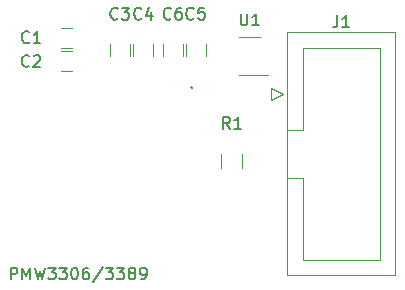
<source format=gbr>
G04 #@! TF.GenerationSoftware,KiCad,Pcbnew,(5.1.6-0-10_14)*
G04 #@! TF.CreationDate,2020-06-02T19:40:10-04:00*
G04 #@! TF.ProjectId,PMW3360_Adapter,504d5733-3336-4305-9f41-646170746572,rev?*
G04 #@! TF.SameCoordinates,Original*
G04 #@! TF.FileFunction,Legend,Top*
G04 #@! TF.FilePolarity,Positive*
%FSLAX46Y46*%
G04 Gerber Fmt 4.6, Leading zero omitted, Abs format (unit mm)*
G04 Created by KiCad (PCBNEW (5.1.6-0-10_14)) date 2020-06-02 19:40:10*
%MOMM*%
%LPD*%
G01*
G04 APERTURE LIST*
%ADD10C,0.150000*%
%ADD11C,0.120000*%
G04 APERTURE END LIST*
D10*
X81761904Y-56452380D02*
X81761904Y-55452380D01*
X82142857Y-55452380D01*
X82238095Y-55500000D01*
X82285714Y-55547619D01*
X82333333Y-55642857D01*
X82333333Y-55785714D01*
X82285714Y-55880952D01*
X82238095Y-55928571D01*
X82142857Y-55976190D01*
X81761904Y-55976190D01*
X82761904Y-56452380D02*
X82761904Y-55452380D01*
X83095238Y-56166666D01*
X83428571Y-55452380D01*
X83428571Y-56452380D01*
X83809523Y-55452380D02*
X84047619Y-56452380D01*
X84238095Y-55738095D01*
X84428571Y-56452380D01*
X84666666Y-55452380D01*
X84952380Y-55452380D02*
X85571428Y-55452380D01*
X85238095Y-55833333D01*
X85380952Y-55833333D01*
X85476190Y-55880952D01*
X85523809Y-55928571D01*
X85571428Y-56023809D01*
X85571428Y-56261904D01*
X85523809Y-56357142D01*
X85476190Y-56404761D01*
X85380952Y-56452380D01*
X85095238Y-56452380D01*
X85000000Y-56404761D01*
X84952380Y-56357142D01*
X85904761Y-55452380D02*
X86523809Y-55452380D01*
X86190476Y-55833333D01*
X86333333Y-55833333D01*
X86428571Y-55880952D01*
X86476190Y-55928571D01*
X86523809Y-56023809D01*
X86523809Y-56261904D01*
X86476190Y-56357142D01*
X86428571Y-56404761D01*
X86333333Y-56452380D01*
X86047619Y-56452380D01*
X85952380Y-56404761D01*
X85904761Y-56357142D01*
X87142857Y-55452380D02*
X87238095Y-55452380D01*
X87333333Y-55500000D01*
X87380952Y-55547619D01*
X87428571Y-55642857D01*
X87476190Y-55833333D01*
X87476190Y-56071428D01*
X87428571Y-56261904D01*
X87380952Y-56357142D01*
X87333333Y-56404761D01*
X87238095Y-56452380D01*
X87142857Y-56452380D01*
X87047619Y-56404761D01*
X87000000Y-56357142D01*
X86952380Y-56261904D01*
X86904761Y-56071428D01*
X86904761Y-55833333D01*
X86952380Y-55642857D01*
X87000000Y-55547619D01*
X87047619Y-55500000D01*
X87142857Y-55452380D01*
X88333333Y-55452380D02*
X88142857Y-55452380D01*
X88047619Y-55500000D01*
X88000000Y-55547619D01*
X87904761Y-55690476D01*
X87857142Y-55880952D01*
X87857142Y-56261904D01*
X87904761Y-56357142D01*
X87952380Y-56404761D01*
X88047619Y-56452380D01*
X88238095Y-56452380D01*
X88333333Y-56404761D01*
X88380952Y-56357142D01*
X88428571Y-56261904D01*
X88428571Y-56023809D01*
X88380952Y-55928571D01*
X88333333Y-55880952D01*
X88238095Y-55833333D01*
X88047619Y-55833333D01*
X87952380Y-55880952D01*
X87904761Y-55928571D01*
X87857142Y-56023809D01*
X89571428Y-55404761D02*
X88714285Y-56690476D01*
X89809523Y-55452380D02*
X90428571Y-55452380D01*
X90095238Y-55833333D01*
X90238095Y-55833333D01*
X90333333Y-55880952D01*
X90380952Y-55928571D01*
X90428571Y-56023809D01*
X90428571Y-56261904D01*
X90380952Y-56357142D01*
X90333333Y-56404761D01*
X90238095Y-56452380D01*
X89952380Y-56452380D01*
X89857142Y-56404761D01*
X89809523Y-56357142D01*
X90761904Y-55452380D02*
X91380952Y-55452380D01*
X91047619Y-55833333D01*
X91190476Y-55833333D01*
X91285714Y-55880952D01*
X91333333Y-55928571D01*
X91380952Y-56023809D01*
X91380952Y-56261904D01*
X91333333Y-56357142D01*
X91285714Y-56404761D01*
X91190476Y-56452380D01*
X90904761Y-56452380D01*
X90809523Y-56404761D01*
X90761904Y-56357142D01*
X91952380Y-55880952D02*
X91857142Y-55833333D01*
X91809523Y-55785714D01*
X91761904Y-55690476D01*
X91761904Y-55642857D01*
X91809523Y-55547619D01*
X91857142Y-55500000D01*
X91952380Y-55452380D01*
X92142857Y-55452380D01*
X92238095Y-55500000D01*
X92285714Y-55547619D01*
X92333333Y-55642857D01*
X92333333Y-55690476D01*
X92285714Y-55785714D01*
X92238095Y-55833333D01*
X92142857Y-55880952D01*
X91952380Y-55880952D01*
X91857142Y-55928571D01*
X91809523Y-55976190D01*
X91761904Y-56071428D01*
X91761904Y-56261904D01*
X91809523Y-56357142D01*
X91857142Y-56404761D01*
X91952380Y-56452380D01*
X92142857Y-56452380D01*
X92238095Y-56404761D01*
X92285714Y-56357142D01*
X92333333Y-56261904D01*
X92333333Y-56071428D01*
X92285714Y-55976190D01*
X92238095Y-55928571D01*
X92142857Y-55880952D01*
X92809523Y-56452380D02*
X93000000Y-56452380D01*
X93095238Y-56404761D01*
X93142857Y-56357142D01*
X93238095Y-56214285D01*
X93285714Y-56023809D01*
X93285714Y-55642857D01*
X93238095Y-55547619D01*
X93190476Y-55500000D01*
X93095238Y-55452380D01*
X92904761Y-55452380D01*
X92809523Y-55500000D01*
X92761904Y-55547619D01*
X92714285Y-55642857D01*
X92714285Y-55880952D01*
X92761904Y-55976190D01*
X92809523Y-56023809D01*
X92904761Y-56071428D01*
X93095238Y-56071428D01*
X93190476Y-56023809D01*
X93238095Y-55976190D01*
X93285714Y-55880952D01*
D11*
X105210000Y-35540000D02*
X114330000Y-35540000D01*
X114330000Y-35540000D02*
X114330000Y-56120000D01*
X114330000Y-56120000D02*
X105210000Y-56120000D01*
X105210000Y-56120000D02*
X105210000Y-35540000D01*
X105210000Y-43780000D02*
X106520000Y-43780000D01*
X106520000Y-43780000D02*
X106520000Y-36840000D01*
X106520000Y-36840000D02*
X113020000Y-36840000D01*
X113020000Y-36840000D02*
X113020000Y-54820000D01*
X113020000Y-54820000D02*
X106520000Y-54820000D01*
X106520000Y-54820000D02*
X106520000Y-47880000D01*
X106520000Y-47880000D02*
X106520000Y-47880000D01*
X106520000Y-47880000D02*
X105210000Y-47880000D01*
X104820000Y-40750000D02*
X103820000Y-40250000D01*
X103820000Y-40250000D02*
X103820000Y-41250000D01*
X103820000Y-41250000D02*
X104820000Y-40750000D01*
X101100000Y-39110000D02*
X103550000Y-39110000D01*
X102900000Y-35890000D02*
X101100000Y-35890000D01*
X101380000Y-45800000D02*
X101380000Y-47000000D01*
X99620000Y-47000000D02*
X99620000Y-45800000D01*
X96390000Y-37500000D02*
X96390000Y-36500000D01*
X94690000Y-36500000D02*
X94690000Y-37500000D01*
X98350000Y-37500000D02*
X98350000Y-36500000D01*
X96650000Y-36500000D02*
X96650000Y-37500000D01*
X93850000Y-37500000D02*
X93850000Y-36500000D01*
X92150000Y-36500000D02*
X92150000Y-37500000D01*
X91850000Y-37500000D02*
X91850000Y-36500000D01*
X90150000Y-36500000D02*
X90150000Y-37500000D01*
X87000000Y-37150000D02*
X86000000Y-37150000D01*
X86000000Y-38850000D02*
X87000000Y-38850000D01*
X87000000Y-35150000D02*
X86000000Y-35150000D01*
X86000000Y-36850000D02*
X87000000Y-36850000D01*
D10*
X109436666Y-34102380D02*
X109436666Y-34816666D01*
X109389047Y-34959523D01*
X109293809Y-35054761D01*
X109150952Y-35102380D01*
X109055714Y-35102380D01*
X110436666Y-35102380D02*
X109865238Y-35102380D01*
X110150952Y-35102380D02*
X110150952Y-34102380D01*
X110055714Y-34245238D01*
X109960476Y-34340476D01*
X109865238Y-34388095D01*
X101238095Y-33952380D02*
X101238095Y-34761904D01*
X101285714Y-34857142D01*
X101333333Y-34904761D01*
X101428571Y-34952380D01*
X101619047Y-34952380D01*
X101714285Y-34904761D01*
X101761904Y-34857142D01*
X101809523Y-34761904D01*
X101809523Y-33952380D01*
X102809523Y-34952380D02*
X102238095Y-34952380D01*
X102523809Y-34952380D02*
X102523809Y-33952380D01*
X102428571Y-34095238D01*
X102333333Y-34190476D01*
X102238095Y-34238095D01*
X97100000Y-40157142D02*
X97147619Y-40204761D01*
X97100000Y-40252380D01*
X97052380Y-40204761D01*
X97100000Y-40157142D01*
X97100000Y-40252380D01*
X100333333Y-43702380D02*
X100000000Y-43226190D01*
X99761904Y-43702380D02*
X99761904Y-42702380D01*
X100142857Y-42702380D01*
X100238095Y-42750000D01*
X100285714Y-42797619D01*
X100333333Y-42892857D01*
X100333333Y-43035714D01*
X100285714Y-43130952D01*
X100238095Y-43178571D01*
X100142857Y-43226190D01*
X99761904Y-43226190D01*
X101285714Y-43702380D02*
X100714285Y-43702380D01*
X101000000Y-43702380D02*
X101000000Y-42702380D01*
X100904761Y-42845238D01*
X100809523Y-42940476D01*
X100714285Y-42988095D01*
X95333333Y-34357142D02*
X95285714Y-34404761D01*
X95142857Y-34452380D01*
X95047619Y-34452380D01*
X94904761Y-34404761D01*
X94809523Y-34309523D01*
X94761904Y-34214285D01*
X94714285Y-34023809D01*
X94714285Y-33880952D01*
X94761904Y-33690476D01*
X94809523Y-33595238D01*
X94904761Y-33500000D01*
X95047619Y-33452380D01*
X95142857Y-33452380D01*
X95285714Y-33500000D01*
X95333333Y-33547619D01*
X96190476Y-33452380D02*
X96000000Y-33452380D01*
X95904761Y-33500000D01*
X95857142Y-33547619D01*
X95761904Y-33690476D01*
X95714285Y-33880952D01*
X95714285Y-34261904D01*
X95761904Y-34357142D01*
X95809523Y-34404761D01*
X95904761Y-34452380D01*
X96095238Y-34452380D01*
X96190476Y-34404761D01*
X96238095Y-34357142D01*
X96285714Y-34261904D01*
X96285714Y-34023809D01*
X96238095Y-33928571D01*
X96190476Y-33880952D01*
X96095238Y-33833333D01*
X95904761Y-33833333D01*
X95809523Y-33880952D01*
X95761904Y-33928571D01*
X95714285Y-34023809D01*
X97253333Y-34357142D02*
X97205714Y-34404761D01*
X97062857Y-34452380D01*
X96967619Y-34452380D01*
X96824761Y-34404761D01*
X96729523Y-34309523D01*
X96681904Y-34214285D01*
X96634285Y-34023809D01*
X96634285Y-33880952D01*
X96681904Y-33690476D01*
X96729523Y-33595238D01*
X96824761Y-33500000D01*
X96967619Y-33452380D01*
X97062857Y-33452380D01*
X97205714Y-33500000D01*
X97253333Y-33547619D01*
X98158095Y-33452380D02*
X97681904Y-33452380D01*
X97634285Y-33928571D01*
X97681904Y-33880952D01*
X97777142Y-33833333D01*
X98015238Y-33833333D01*
X98110476Y-33880952D01*
X98158095Y-33928571D01*
X98205714Y-34023809D01*
X98205714Y-34261904D01*
X98158095Y-34357142D01*
X98110476Y-34404761D01*
X98015238Y-34452380D01*
X97777142Y-34452380D01*
X97681904Y-34404761D01*
X97634285Y-34357142D01*
X92833333Y-34357142D02*
X92785714Y-34404761D01*
X92642857Y-34452380D01*
X92547619Y-34452380D01*
X92404761Y-34404761D01*
X92309523Y-34309523D01*
X92261904Y-34214285D01*
X92214285Y-34023809D01*
X92214285Y-33880952D01*
X92261904Y-33690476D01*
X92309523Y-33595238D01*
X92404761Y-33500000D01*
X92547619Y-33452380D01*
X92642857Y-33452380D01*
X92785714Y-33500000D01*
X92833333Y-33547619D01*
X93690476Y-33785714D02*
X93690476Y-34452380D01*
X93452380Y-33404761D02*
X93214285Y-34119047D01*
X93833333Y-34119047D01*
X90833333Y-34357142D02*
X90785714Y-34404761D01*
X90642857Y-34452380D01*
X90547619Y-34452380D01*
X90404761Y-34404761D01*
X90309523Y-34309523D01*
X90261904Y-34214285D01*
X90214285Y-34023809D01*
X90214285Y-33880952D01*
X90261904Y-33690476D01*
X90309523Y-33595238D01*
X90404761Y-33500000D01*
X90547619Y-33452380D01*
X90642857Y-33452380D01*
X90785714Y-33500000D01*
X90833333Y-33547619D01*
X91166666Y-33452380D02*
X91785714Y-33452380D01*
X91452380Y-33833333D01*
X91595238Y-33833333D01*
X91690476Y-33880952D01*
X91738095Y-33928571D01*
X91785714Y-34023809D01*
X91785714Y-34261904D01*
X91738095Y-34357142D01*
X91690476Y-34404761D01*
X91595238Y-34452380D01*
X91309523Y-34452380D01*
X91214285Y-34404761D01*
X91166666Y-34357142D01*
X83333333Y-38357142D02*
X83285714Y-38404761D01*
X83142857Y-38452380D01*
X83047619Y-38452380D01*
X82904761Y-38404761D01*
X82809523Y-38309523D01*
X82761904Y-38214285D01*
X82714285Y-38023809D01*
X82714285Y-37880952D01*
X82761904Y-37690476D01*
X82809523Y-37595238D01*
X82904761Y-37500000D01*
X83047619Y-37452380D01*
X83142857Y-37452380D01*
X83285714Y-37500000D01*
X83333333Y-37547619D01*
X83714285Y-37547619D02*
X83761904Y-37500000D01*
X83857142Y-37452380D01*
X84095238Y-37452380D01*
X84190476Y-37500000D01*
X84238095Y-37547619D01*
X84285714Y-37642857D01*
X84285714Y-37738095D01*
X84238095Y-37880952D01*
X83666666Y-38452380D01*
X84285714Y-38452380D01*
X83333333Y-36357142D02*
X83285714Y-36404761D01*
X83142857Y-36452380D01*
X83047619Y-36452380D01*
X82904761Y-36404761D01*
X82809523Y-36309523D01*
X82761904Y-36214285D01*
X82714285Y-36023809D01*
X82714285Y-35880952D01*
X82761904Y-35690476D01*
X82809523Y-35595238D01*
X82904761Y-35500000D01*
X83047619Y-35452380D01*
X83142857Y-35452380D01*
X83285714Y-35500000D01*
X83333333Y-35547619D01*
X84285714Y-36452380D02*
X83714285Y-36452380D01*
X84000000Y-36452380D02*
X84000000Y-35452380D01*
X83904761Y-35595238D01*
X83809523Y-35690476D01*
X83714285Y-35738095D01*
M02*

</source>
